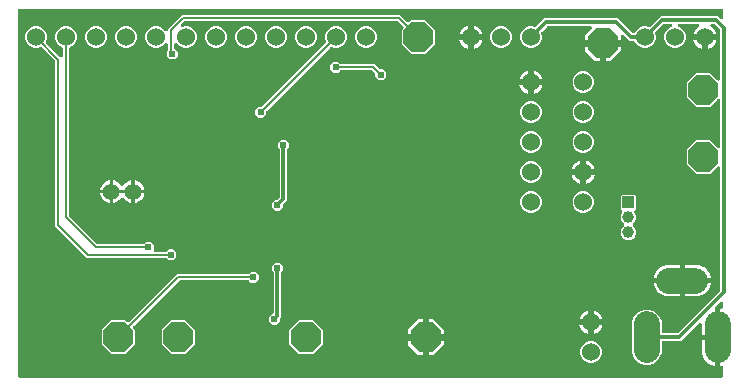
<source format=gbr>
G04 EAGLE Gerber RS-274X export*
G75*
%MOMM*%
%FSLAX34Y34*%
%LPD*%
%INBottom Copper*%
%IPPOS*%
%AMOC8*
5,1,8,0,0,1.08239X$1,22.5*%
G01*
%ADD10C,1.524000*%
%ADD11C,1.422400*%
%ADD12R,1.000000X1.000000*%
%ADD13C,1.000000*%
%ADD14P,2.749271X8X22.500000*%
%ADD15C,2.184400*%
%ADD16C,0.604000*%
%ADD17C,0.304800*%
%ADD18C,0.355600*%
%ADD19C,0.203200*%

G36*
X599466Y3814D02*
X599466Y3814D01*
X599492Y3812D01*
X599639Y3834D01*
X599786Y3851D01*
X599811Y3859D01*
X599837Y3863D01*
X599975Y3918D01*
X600114Y3968D01*
X600136Y3982D01*
X600161Y3992D01*
X600282Y4077D01*
X600407Y4157D01*
X600425Y4176D01*
X600447Y4191D01*
X600546Y4301D01*
X600649Y4408D01*
X600663Y4430D01*
X600680Y4450D01*
X600752Y4580D01*
X600828Y4707D01*
X600836Y4732D01*
X600849Y4755D01*
X600889Y4898D01*
X600934Y5039D01*
X600936Y5065D01*
X600944Y5090D01*
X600963Y5334D01*
X600963Y12484D01*
X600947Y12628D01*
X600935Y12773D01*
X600927Y12801D01*
X600923Y12830D01*
X600874Y12967D01*
X600830Y13106D01*
X600816Y13130D01*
X600806Y13158D01*
X600727Y13280D01*
X600653Y13405D01*
X600633Y13426D01*
X600617Y13451D01*
X600512Y13552D01*
X600411Y13657D01*
X600387Y13673D01*
X600366Y13693D01*
X600241Y13768D01*
X600119Y13847D01*
X600092Y13857D01*
X600067Y13872D01*
X599928Y13916D01*
X599792Y13966D01*
X599763Y13969D01*
X599735Y13978D01*
X599590Y13990D01*
X599446Y14007D01*
X599410Y14004D01*
X599388Y14006D01*
X599339Y13999D01*
X599202Y13988D01*
X598419Y13864D01*
X598419Y37624D01*
X598416Y37650D01*
X598418Y37676D01*
X598396Y37823D01*
X598379Y37970D01*
X598371Y37995D01*
X598367Y38021D01*
X598334Y38102D01*
X598345Y38140D01*
X598390Y38281D01*
X598392Y38307D01*
X598400Y38332D01*
X598419Y38576D01*
X598419Y62336D01*
X599202Y62212D01*
X599347Y62206D01*
X599492Y62194D01*
X599521Y62198D01*
X599550Y62197D01*
X599693Y62224D01*
X599837Y62246D01*
X599864Y62257D01*
X599892Y62262D01*
X600026Y62321D01*
X600161Y62375D01*
X600185Y62391D01*
X600211Y62403D01*
X600328Y62491D01*
X600447Y62573D01*
X600466Y62595D01*
X600490Y62612D01*
X600583Y62724D01*
X600680Y62832D01*
X600694Y62858D01*
X600713Y62880D01*
X600778Y63010D01*
X600849Y63137D01*
X600857Y63165D01*
X600870Y63191D01*
X600904Y63333D01*
X600944Y63473D01*
X600946Y63508D01*
X600952Y63530D01*
X600952Y63579D01*
X600963Y63716D01*
X600963Y66835D01*
X600952Y66935D01*
X600950Y67035D01*
X600932Y67107D01*
X600923Y67181D01*
X600890Y67276D01*
X600865Y67373D01*
X600831Y67439D01*
X600806Y67509D01*
X600751Y67594D01*
X600705Y67683D01*
X600657Y67740D01*
X600617Y67802D01*
X600545Y67872D01*
X600480Y67948D01*
X600420Y67993D01*
X600366Y68044D01*
X600280Y68096D01*
X600199Y68156D01*
X600131Y68185D01*
X600067Y68223D01*
X599972Y68254D01*
X599879Y68294D01*
X599806Y68307D01*
X599735Y68329D01*
X599635Y68337D01*
X599536Y68355D01*
X599462Y68351D01*
X599388Y68357D01*
X599288Y68342D01*
X599188Y68337D01*
X599117Y68317D01*
X599043Y68306D01*
X598950Y68269D01*
X598853Y68241D01*
X598788Y68204D01*
X598719Y68177D01*
X598637Y68120D01*
X598549Y68071D01*
X598473Y68006D01*
X598433Y67978D01*
X598409Y67952D01*
X598363Y67912D01*
X594867Y64416D01*
X594788Y64317D01*
X594704Y64223D01*
X594680Y64181D01*
X594650Y64143D01*
X594596Y64029D01*
X594535Y63918D01*
X594522Y63872D01*
X594501Y63828D01*
X594475Y63705D01*
X594440Y63583D01*
X594435Y63522D01*
X594428Y63487D01*
X594429Y63439D01*
X594421Y63339D01*
X594421Y40099D01*
X582957Y40099D01*
X582957Y48829D01*
X582946Y48929D01*
X582944Y49029D01*
X582926Y49101D01*
X582917Y49175D01*
X582884Y49270D01*
X582859Y49367D01*
X582825Y49433D01*
X582800Y49503D01*
X582745Y49588D01*
X582699Y49677D01*
X582651Y49734D01*
X582611Y49796D01*
X582539Y49866D01*
X582474Y49942D01*
X582414Y49987D01*
X582360Y50038D01*
X582274Y50090D01*
X582193Y50150D01*
X582125Y50179D01*
X582061Y50217D01*
X581965Y50248D01*
X581873Y50288D01*
X581800Y50301D01*
X581729Y50323D01*
X581629Y50332D01*
X581530Y50349D01*
X581456Y50345D01*
X581382Y50351D01*
X581282Y50337D01*
X581182Y50331D01*
X581111Y50311D01*
X581037Y50300D01*
X580944Y50263D01*
X580847Y50235D01*
X580782Y50198D01*
X580713Y50171D01*
X580631Y50114D01*
X580543Y50065D01*
X580467Y50000D01*
X580427Y49972D01*
X580403Y49946D01*
X580357Y49906D01*
X565248Y34797D01*
X550390Y34797D01*
X550364Y34794D01*
X550338Y34796D01*
X550191Y34774D01*
X550044Y34757D01*
X550019Y34749D01*
X549993Y34745D01*
X549855Y34690D01*
X549716Y34640D01*
X549694Y34626D01*
X549669Y34616D01*
X549548Y34531D01*
X549423Y34451D01*
X549405Y34432D01*
X549383Y34417D01*
X549284Y34307D01*
X549181Y34200D01*
X549167Y34178D01*
X549150Y34158D01*
X549078Y34028D01*
X549002Y33901D01*
X548994Y33876D01*
X548981Y33853D01*
X548941Y33710D01*
X548896Y33569D01*
X548894Y33543D01*
X548886Y33518D01*
X548867Y33274D01*
X548867Y24702D01*
X546972Y20127D01*
X543471Y16626D01*
X538896Y14731D01*
X533944Y14731D01*
X529369Y16626D01*
X525868Y20127D01*
X523973Y24702D01*
X523973Y51498D01*
X525868Y56073D01*
X529369Y59574D01*
X533944Y61469D01*
X538896Y61469D01*
X543471Y59574D01*
X546972Y56073D01*
X548867Y51498D01*
X548867Y42926D01*
X548870Y42900D01*
X548868Y42874D01*
X548890Y42727D01*
X548907Y42580D01*
X548915Y42555D01*
X548919Y42529D01*
X548974Y42391D01*
X549024Y42252D01*
X549038Y42230D01*
X549048Y42205D01*
X549133Y42084D01*
X549213Y41959D01*
X549232Y41941D01*
X549247Y41919D01*
X549357Y41820D01*
X549464Y41717D01*
X549486Y41703D01*
X549506Y41686D01*
X549636Y41614D01*
X549763Y41538D01*
X549788Y41530D01*
X549811Y41517D01*
X549954Y41477D01*
X550095Y41432D01*
X550121Y41430D01*
X550146Y41422D01*
X550390Y41403D01*
X561881Y41403D01*
X562007Y41417D01*
X562133Y41424D01*
X562179Y41437D01*
X562227Y41443D01*
X562346Y41485D01*
X562468Y41520D01*
X562510Y41544D01*
X562555Y41560D01*
X562662Y41629D01*
X562772Y41690D01*
X562818Y41730D01*
X562848Y41749D01*
X562882Y41784D01*
X562958Y41849D01*
X598231Y77122D01*
X598310Y77221D01*
X598394Y77315D01*
X598418Y77357D01*
X598448Y77395D01*
X598502Y77509D01*
X598563Y77620D01*
X598576Y77666D01*
X598597Y77710D01*
X598623Y77833D01*
X598658Y77955D01*
X598663Y78016D01*
X598670Y78051D01*
X598669Y78099D01*
X598677Y78199D01*
X598677Y181183D01*
X598666Y181283D01*
X598664Y181383D01*
X598646Y181455D01*
X598637Y181529D01*
X598604Y181624D01*
X598579Y181721D01*
X598545Y181787D01*
X598520Y181857D01*
X598465Y181942D01*
X598419Y182031D01*
X598371Y182088D01*
X598331Y182150D01*
X598259Y182220D01*
X598194Y182296D01*
X598134Y182341D01*
X598080Y182392D01*
X597994Y182444D01*
X597913Y182504D01*
X597845Y182533D01*
X597781Y182571D01*
X597685Y182602D01*
X597593Y182642D01*
X597520Y182655D01*
X597449Y182677D01*
X597349Y182685D01*
X597250Y182703D01*
X597176Y182699D01*
X597102Y182705D01*
X597002Y182690D01*
X596902Y182685D01*
X596831Y182665D01*
X596757Y182654D01*
X596664Y182617D01*
X596567Y182589D01*
X596502Y182552D01*
X596433Y182525D01*
X596351Y182468D01*
X596263Y182419D01*
X596187Y182354D01*
X596147Y182326D01*
X596123Y182300D01*
X596077Y182260D01*
X590092Y176275D01*
X578308Y176275D01*
X569975Y184608D01*
X569975Y196392D01*
X578308Y204725D01*
X590092Y204725D01*
X596077Y198740D01*
X596155Y198678D01*
X596228Y198608D01*
X596292Y198569D01*
X596350Y198523D01*
X596441Y198480D01*
X596527Y198429D01*
X596598Y198406D01*
X596665Y198374D01*
X596763Y198353D01*
X596859Y198323D01*
X596933Y198317D01*
X597006Y198301D01*
X597106Y198303D01*
X597206Y198295D01*
X597280Y198306D01*
X597354Y198307D01*
X597451Y198331D01*
X597551Y198346D01*
X597620Y198374D01*
X597692Y198392D01*
X597782Y198438D01*
X597875Y198475D01*
X597936Y198517D01*
X598002Y198552D01*
X598079Y198617D01*
X598161Y198674D01*
X598211Y198729D01*
X598267Y198777D01*
X598327Y198858D01*
X598394Y198933D01*
X598430Y198998D01*
X598475Y199058D01*
X598514Y199150D01*
X598563Y199238D01*
X598583Y199309D01*
X598613Y199378D01*
X598630Y199476D01*
X598658Y199573D01*
X598666Y199673D01*
X598674Y199721D01*
X598672Y199756D01*
X598677Y199817D01*
X598677Y238333D01*
X598666Y238433D01*
X598664Y238533D01*
X598646Y238605D01*
X598637Y238679D01*
X598604Y238774D01*
X598579Y238871D01*
X598545Y238937D01*
X598520Y239007D01*
X598465Y239092D01*
X598419Y239181D01*
X598371Y239238D01*
X598331Y239300D01*
X598259Y239370D01*
X598194Y239446D01*
X598134Y239491D01*
X598080Y239542D01*
X597994Y239594D01*
X597913Y239654D01*
X597845Y239683D01*
X597781Y239721D01*
X597685Y239752D01*
X597593Y239792D01*
X597520Y239805D01*
X597449Y239827D01*
X597349Y239835D01*
X597250Y239853D01*
X597176Y239849D01*
X597102Y239855D01*
X597002Y239840D01*
X596902Y239835D01*
X596831Y239815D01*
X596757Y239804D01*
X596664Y239767D01*
X596567Y239739D01*
X596502Y239702D01*
X596433Y239675D01*
X596351Y239618D01*
X596263Y239569D01*
X596187Y239504D01*
X596147Y239476D01*
X596123Y239450D01*
X596077Y239410D01*
X590092Y233425D01*
X578308Y233425D01*
X569975Y241758D01*
X569975Y253542D01*
X578308Y261875D01*
X590092Y261875D01*
X596077Y255890D01*
X596155Y255828D01*
X596228Y255758D01*
X596292Y255719D01*
X596350Y255673D01*
X596441Y255630D01*
X596527Y255579D01*
X596598Y255556D01*
X596665Y255524D01*
X596763Y255503D01*
X596859Y255473D01*
X596933Y255467D01*
X597006Y255451D01*
X597106Y255453D01*
X597206Y255445D01*
X597280Y255456D01*
X597354Y255457D01*
X597451Y255481D01*
X597551Y255496D01*
X597620Y255524D01*
X597692Y255542D01*
X597782Y255588D01*
X597875Y255625D01*
X597936Y255667D01*
X598002Y255702D01*
X598079Y255767D01*
X598161Y255824D01*
X598211Y255879D01*
X598267Y255927D01*
X598327Y256008D01*
X598394Y256083D01*
X598430Y256148D01*
X598475Y256208D01*
X598514Y256300D01*
X598563Y256388D01*
X598583Y256459D01*
X598613Y256528D01*
X598630Y256626D01*
X598658Y256723D01*
X598666Y256823D01*
X598674Y256871D01*
X598672Y256906D01*
X598677Y256967D01*
X598677Y297721D01*
X598663Y297847D01*
X598656Y297973D01*
X598643Y298019D01*
X598637Y298067D01*
X598595Y298186D01*
X598560Y298308D01*
X598536Y298350D01*
X598520Y298395D01*
X598451Y298502D01*
X598390Y298612D01*
X598350Y298658D01*
X598331Y298688D01*
X598296Y298722D01*
X598231Y298798D01*
X593946Y303083D01*
X593847Y303162D01*
X593753Y303246D01*
X593711Y303270D01*
X593673Y303300D01*
X593559Y303354D01*
X593448Y303415D01*
X593402Y303428D01*
X593358Y303449D01*
X593235Y303475D01*
X593113Y303510D01*
X593052Y303515D01*
X593017Y303522D01*
X592969Y303521D01*
X592869Y303529D01*
X591713Y303529D01*
X591668Y303524D01*
X591623Y303527D01*
X591496Y303504D01*
X591367Y303489D01*
X591324Y303474D01*
X591280Y303466D01*
X591161Y303415D01*
X591039Y303372D01*
X591001Y303347D01*
X590959Y303329D01*
X590855Y303253D01*
X590746Y303183D01*
X590715Y303150D01*
X590678Y303123D01*
X590594Y303025D01*
X590504Y302932D01*
X590481Y302893D01*
X590451Y302859D01*
X590392Y302744D01*
X590325Y302633D01*
X590311Y302590D01*
X590290Y302549D01*
X590258Y302424D01*
X590219Y302301D01*
X590215Y302256D01*
X590204Y302212D01*
X590201Y302082D01*
X590191Y301954D01*
X590198Y301909D01*
X590197Y301863D01*
X590224Y301737D01*
X590243Y301609D01*
X590260Y301567D01*
X590269Y301522D01*
X590324Y301405D01*
X590372Y301285D01*
X590397Y301248D01*
X590417Y301207D01*
X590497Y301105D01*
X590570Y300999D01*
X590604Y300969D01*
X590632Y300933D01*
X590818Y300774D01*
X592089Y299850D01*
X593220Y298719D01*
X594160Y297425D01*
X594886Y296000D01*
X595329Y294639D01*
X586486Y294639D01*
X586460Y294636D01*
X586434Y294638D01*
X586287Y294616D01*
X586140Y294599D01*
X586115Y294591D01*
X586089Y294587D01*
X585952Y294532D01*
X585812Y294482D01*
X585790Y294468D01*
X585765Y294458D01*
X585644Y294373D01*
X585519Y294293D01*
X585501Y294274D01*
X585479Y294259D01*
X585465Y294243D01*
X585380Y294325D01*
X585357Y294339D01*
X585338Y294356D01*
X585208Y294428D01*
X585081Y294504D01*
X585056Y294512D01*
X585033Y294525D01*
X584890Y294565D01*
X584749Y294610D01*
X584723Y294612D01*
X584698Y294620D01*
X584454Y294639D01*
X575611Y294639D01*
X576054Y296000D01*
X576780Y297425D01*
X577720Y298719D01*
X578851Y299850D01*
X580122Y300774D01*
X580155Y300804D01*
X580194Y300829D01*
X580283Y300922D01*
X580379Y301009D01*
X580404Y301047D01*
X580436Y301080D01*
X580502Y301191D01*
X580575Y301297D01*
X580591Y301340D01*
X580615Y301379D01*
X580654Y301502D01*
X580701Y301622D01*
X580707Y301668D01*
X580721Y301711D01*
X580731Y301840D01*
X580749Y301967D01*
X580745Y302013D01*
X580749Y302058D01*
X580730Y302186D01*
X580718Y302315D01*
X580704Y302358D01*
X580697Y302403D01*
X580649Y302523D01*
X580609Y302646D01*
X580585Y302684D01*
X580568Y302727D01*
X580495Y302833D01*
X580427Y302943D01*
X580395Y302976D01*
X580370Y303013D01*
X580274Y303099D01*
X580183Y303191D01*
X580145Y303216D01*
X580111Y303246D01*
X579997Y303309D01*
X579889Y303378D01*
X579846Y303393D01*
X579806Y303415D01*
X579681Y303450D01*
X579559Y303492D01*
X579514Y303497D01*
X579470Y303510D01*
X579227Y303529D01*
X564032Y303529D01*
X563981Y303524D01*
X563931Y303526D01*
X563809Y303504D01*
X563685Y303489D01*
X563638Y303472D01*
X563588Y303463D01*
X563474Y303414D01*
X563357Y303372D01*
X563315Y303345D01*
X563269Y303325D01*
X563169Y303250D01*
X563064Y303183D01*
X563029Y303147D01*
X562989Y303117D01*
X562909Y303022D01*
X562822Y302932D01*
X562796Y302889D01*
X562764Y302851D01*
X562707Y302740D01*
X562643Y302633D01*
X562628Y302585D01*
X562605Y302540D01*
X562575Y302420D01*
X562537Y302301D01*
X562533Y302251D01*
X562521Y302202D01*
X562519Y302078D01*
X562509Y301954D01*
X562517Y301904D01*
X562516Y301854D01*
X562542Y301732D01*
X562561Y301609D01*
X562579Y301562D01*
X562590Y301513D01*
X562644Y301401D01*
X562690Y301285D01*
X562718Y301244D01*
X562740Y301198D01*
X562817Y301101D01*
X562889Y300999D01*
X562926Y300965D01*
X562957Y300926D01*
X563055Y300849D01*
X563147Y300766D01*
X563191Y300741D01*
X563231Y300710D01*
X563449Y300599D01*
X565250Y299853D01*
X567822Y297280D01*
X569215Y293919D01*
X569215Y290281D01*
X567822Y286920D01*
X565250Y284348D01*
X561889Y282955D01*
X558251Y282955D01*
X554890Y284348D01*
X552318Y286920D01*
X550925Y290281D01*
X550925Y293919D01*
X552318Y297280D01*
X554890Y299853D01*
X556691Y300599D01*
X556735Y300623D01*
X556783Y300640D01*
X556887Y300708D01*
X556996Y300768D01*
X557033Y300802D01*
X557076Y300829D01*
X557162Y300919D01*
X557254Y301002D01*
X557283Y301044D01*
X557318Y301080D01*
X557382Y301187D01*
X557452Y301289D01*
X557471Y301336D01*
X557497Y301379D01*
X557535Y301497D01*
X557580Y301613D01*
X557588Y301663D01*
X557603Y301711D01*
X557613Y301835D01*
X557631Y301958D01*
X557627Y302008D01*
X557631Y302058D01*
X557612Y302181D01*
X557602Y302305D01*
X557587Y302353D01*
X557579Y302403D01*
X557533Y302518D01*
X557495Y302637D01*
X557469Y302680D01*
X557450Y302727D01*
X557380Y302829D01*
X557315Y302935D01*
X557280Y302972D01*
X557251Y303013D01*
X557159Y303096D01*
X557072Y303185D01*
X557030Y303213D01*
X556993Y303246D01*
X556884Y303306D01*
X556779Y303374D01*
X556732Y303391D01*
X556688Y303415D01*
X556568Y303449D01*
X556451Y303490D01*
X556401Y303496D01*
X556352Y303510D01*
X556108Y303529D01*
X551401Y303529D01*
X551275Y303515D01*
X551149Y303508D01*
X551103Y303495D01*
X551055Y303489D01*
X550936Y303447D01*
X550814Y303412D01*
X550772Y303388D01*
X550727Y303372D01*
X550620Y303303D01*
X550510Y303242D01*
X550464Y303202D01*
X550434Y303183D01*
X550400Y303148D01*
X550324Y303083D01*
X543757Y296516D01*
X543709Y296456D01*
X543654Y296403D01*
X543601Y296320D01*
X543540Y296243D01*
X543508Y296174D01*
X543466Y296110D01*
X543433Y296017D01*
X543391Y295928D01*
X543375Y295853D01*
X543350Y295781D01*
X543339Y295683D01*
X543318Y295587D01*
X543319Y295511D01*
X543311Y295435D01*
X543322Y295337D01*
X543324Y295239D01*
X543343Y295165D01*
X543351Y295089D01*
X543397Y294947D01*
X543409Y294901D01*
X543418Y294884D01*
X543427Y294856D01*
X543815Y293919D01*
X543815Y290281D01*
X542422Y286920D01*
X539850Y284348D01*
X536489Y282955D01*
X532851Y282955D01*
X529490Y284348D01*
X526917Y286920D01*
X526529Y287857D01*
X526492Y287924D01*
X526464Y287995D01*
X526408Y288076D01*
X526360Y288162D01*
X526309Y288218D01*
X526265Y288281D01*
X526192Y288347D01*
X526126Y288420D01*
X526063Y288463D01*
X526006Y288514D01*
X525920Y288562D01*
X525839Y288618D01*
X525768Y288646D01*
X525701Y288683D01*
X525606Y288710D01*
X525515Y288746D01*
X525439Y288757D01*
X525366Y288778D01*
X525217Y288790D01*
X525170Y288797D01*
X525151Y288795D01*
X525122Y288797D01*
X521872Y288797D01*
X516951Y293718D01*
X516873Y293781D01*
X516800Y293850D01*
X516736Y293889D01*
X516678Y293935D01*
X516587Y293978D01*
X516501Y294029D01*
X516430Y294052D01*
X516363Y294084D01*
X516265Y294105D01*
X516169Y294135D01*
X516095Y294141D01*
X516022Y294157D01*
X515922Y294155D01*
X515822Y294163D01*
X515748Y294152D01*
X515674Y294151D01*
X515577Y294127D01*
X515477Y294112D01*
X515408Y294084D01*
X515336Y294066D01*
X515246Y294020D01*
X515153Y293983D01*
X515092Y293941D01*
X515026Y293906D01*
X514949Y293841D01*
X514867Y293784D01*
X514817Y293729D01*
X514761Y293681D01*
X514701Y293600D01*
X514634Y293525D01*
X514598Y293460D01*
X514553Y293400D01*
X514514Y293308D01*
X514465Y293220D01*
X514445Y293149D01*
X514415Y293080D01*
X514398Y292982D01*
X514370Y292885D01*
X514362Y292785D01*
X514354Y292737D01*
X514356Y292702D01*
X514351Y292641D01*
X514351Y289813D01*
X500380Y289813D01*
X500354Y289810D01*
X500328Y289812D01*
X500181Y289790D01*
X500034Y289773D01*
X500009Y289765D01*
X499983Y289761D01*
X499846Y289706D01*
X499706Y289656D01*
X499684Y289642D01*
X499659Y289632D01*
X499538Y289547D01*
X499413Y289467D01*
X499395Y289448D01*
X499373Y289433D01*
X499274Y289323D01*
X499171Y289216D01*
X499157Y289194D01*
X499140Y289174D01*
X499108Y289117D01*
X499097Y289132D01*
X499017Y289257D01*
X498998Y289275D01*
X498983Y289297D01*
X498873Y289396D01*
X498766Y289499D01*
X498743Y289513D01*
X498724Y289530D01*
X498594Y289602D01*
X498467Y289678D01*
X498442Y289686D01*
X498419Y289699D01*
X498276Y289739D01*
X498135Y289784D01*
X498109Y289786D01*
X498084Y289794D01*
X497840Y289813D01*
X483869Y289813D01*
X483869Y293333D01*
X489433Y298897D01*
X489496Y298975D01*
X489566Y299048D01*
X489604Y299112D01*
X489650Y299170D01*
X489693Y299261D01*
X489744Y299347D01*
X489767Y299418D01*
X489799Y299485D01*
X489820Y299583D01*
X489851Y299679D01*
X489857Y299753D01*
X489872Y299826D01*
X489870Y299926D01*
X489879Y300026D01*
X489868Y300100D01*
X489866Y300174D01*
X489842Y300271D01*
X489827Y300371D01*
X489799Y300440D01*
X489781Y300512D01*
X489735Y300602D01*
X489698Y300695D01*
X489656Y300756D01*
X489622Y300822D01*
X489556Y300899D01*
X489499Y300981D01*
X489444Y301031D01*
X489396Y301087D01*
X489315Y301147D01*
X489240Y301214D01*
X489175Y301250D01*
X489115Y301295D01*
X489023Y301334D01*
X488935Y301383D01*
X488864Y301403D01*
X488795Y301433D01*
X488697Y301450D01*
X488600Y301478D01*
X488500Y301486D01*
X488452Y301494D01*
X488417Y301492D01*
X488356Y301497D01*
X452849Y301497D01*
X452723Y301483D01*
X452597Y301476D01*
X452551Y301463D01*
X452503Y301457D01*
X452384Y301415D01*
X452262Y301380D01*
X452220Y301356D01*
X452175Y301340D01*
X452068Y301271D01*
X451958Y301210D01*
X451912Y301170D01*
X451882Y301151D01*
X451848Y301116D01*
X451772Y301051D01*
X447237Y296516D01*
X447189Y296456D01*
X447134Y296403D01*
X447081Y296320D01*
X447020Y296243D01*
X446988Y296174D01*
X446946Y296110D01*
X446913Y296017D01*
X446871Y295928D01*
X446855Y295853D01*
X446830Y295781D01*
X446819Y295683D01*
X446798Y295587D01*
X446799Y295511D01*
X446791Y295435D01*
X446802Y295337D01*
X446804Y295239D01*
X446823Y295165D01*
X446831Y295089D01*
X446877Y294947D01*
X446889Y294901D01*
X446898Y294884D01*
X446907Y294856D01*
X447295Y293919D01*
X447295Y290281D01*
X445902Y286920D01*
X443330Y284348D01*
X439969Y282955D01*
X436331Y282955D01*
X432970Y284348D01*
X430398Y286920D01*
X429005Y290281D01*
X429005Y293919D01*
X430398Y297280D01*
X432970Y299852D01*
X436331Y301245D01*
X439969Y301245D01*
X440659Y300959D01*
X440906Y300857D01*
X440980Y300836D01*
X441050Y300805D01*
X441146Y300788D01*
X441241Y300761D01*
X441317Y300757D01*
X441393Y300744D01*
X441491Y300749D01*
X441589Y300744D01*
X441664Y300758D01*
X441741Y300762D01*
X441835Y300789D01*
X441932Y300807D01*
X442002Y300837D01*
X442076Y300858D01*
X442162Y300906D01*
X442252Y300945D01*
X442313Y300991D01*
X442380Y301028D01*
X442494Y301125D01*
X442531Y301153D01*
X442544Y301168D01*
X442566Y301187D01*
X449482Y308103D01*
X511908Y308103D01*
X514289Y305722D01*
X524079Y295932D01*
X524197Y295838D01*
X524312Y295741D01*
X524333Y295730D01*
X524352Y295715D01*
X524488Y295651D01*
X524622Y295582D01*
X524645Y295576D01*
X524667Y295566D01*
X524814Y295534D01*
X524960Y295498D01*
X524984Y295498D01*
X525008Y295493D01*
X525158Y295495D01*
X525309Y295493D01*
X525332Y295498D01*
X525356Y295499D01*
X525502Y295535D01*
X525649Y295567D01*
X525671Y295578D01*
X525694Y295584D01*
X525828Y295653D01*
X525964Y295717D01*
X525983Y295732D01*
X526004Y295743D01*
X526119Y295841D01*
X526236Y295934D01*
X526251Y295953D01*
X526270Y295969D01*
X526359Y296090D01*
X526452Y296208D01*
X526465Y296234D01*
X526477Y296249D01*
X526496Y296293D01*
X526564Y296426D01*
X526917Y297280D01*
X529490Y299852D01*
X532851Y301245D01*
X536489Y301245D01*
X537179Y300959D01*
X537426Y300857D01*
X537500Y300836D01*
X537570Y300805D01*
X537666Y300788D01*
X537761Y300761D01*
X537837Y300757D01*
X537913Y300744D01*
X538011Y300749D01*
X538109Y300744D01*
X538184Y300758D01*
X538261Y300762D01*
X538355Y300789D01*
X538452Y300807D01*
X538522Y300837D01*
X538596Y300858D01*
X538682Y300906D01*
X538772Y300945D01*
X538833Y300991D01*
X538900Y301028D01*
X539014Y301125D01*
X539051Y301153D01*
X539064Y301168D01*
X539086Y301187D01*
X548034Y310135D01*
X596236Y310135D01*
X598363Y308008D01*
X598441Y307946D01*
X598514Y307876D01*
X598578Y307837D01*
X598636Y307791D01*
X598727Y307748D01*
X598813Y307697D01*
X598884Y307674D01*
X598951Y307642D01*
X599049Y307621D01*
X599145Y307591D01*
X599219Y307585D01*
X599292Y307569D01*
X599392Y307571D01*
X599492Y307563D01*
X599566Y307574D01*
X599640Y307575D01*
X599737Y307599D01*
X599837Y307614D01*
X599906Y307642D01*
X599978Y307660D01*
X600068Y307706D01*
X600161Y307743D01*
X600222Y307785D01*
X600288Y307820D01*
X600365Y307885D01*
X600447Y307942D01*
X600497Y307997D01*
X600553Y308045D01*
X600613Y308126D01*
X600680Y308201D01*
X600716Y308266D01*
X600761Y308326D01*
X600800Y308418D01*
X600849Y308506D01*
X600869Y308577D01*
X600899Y308646D01*
X600916Y308744D01*
X600944Y308841D01*
X600952Y308941D01*
X600960Y308989D01*
X600958Y309024D01*
X600963Y309085D01*
X600963Y314666D01*
X600960Y314692D01*
X600962Y314718D01*
X600940Y314865D01*
X600923Y315012D01*
X600915Y315037D01*
X600911Y315063D01*
X600856Y315201D01*
X600806Y315340D01*
X600792Y315362D01*
X600782Y315387D01*
X600697Y315508D01*
X600617Y315633D01*
X600598Y315651D01*
X600583Y315673D01*
X600473Y315772D01*
X600366Y315875D01*
X600344Y315889D01*
X600324Y315906D01*
X600194Y315978D01*
X600067Y316054D01*
X600042Y316062D01*
X600019Y316075D01*
X599876Y316115D01*
X599735Y316160D01*
X599709Y316162D01*
X599684Y316170D01*
X599440Y316189D01*
X5334Y316189D01*
X5308Y316186D01*
X5282Y316188D01*
X5135Y316166D01*
X4988Y316149D01*
X4963Y316141D01*
X4937Y316137D01*
X4799Y316082D01*
X4660Y316032D01*
X4638Y316018D01*
X4613Y316008D01*
X4492Y315923D01*
X4367Y315843D01*
X4349Y315824D01*
X4327Y315809D01*
X4228Y315699D01*
X4125Y315592D01*
X4111Y315570D01*
X4094Y315550D01*
X4022Y315420D01*
X3946Y315293D01*
X3938Y315268D01*
X3925Y315245D01*
X3885Y315102D01*
X3840Y314961D01*
X3838Y314935D01*
X3830Y314910D01*
X3811Y314666D01*
X3811Y5334D01*
X3814Y5308D01*
X3812Y5282D01*
X3834Y5135D01*
X3851Y4988D01*
X3859Y4963D01*
X3863Y4937D01*
X3918Y4799D01*
X3968Y4660D01*
X3982Y4638D01*
X3992Y4613D01*
X4077Y4492D01*
X4157Y4367D01*
X4176Y4349D01*
X4191Y4327D01*
X4301Y4228D01*
X4408Y4125D01*
X4430Y4111D01*
X4450Y4094D01*
X4580Y4022D01*
X4707Y3946D01*
X4732Y3938D01*
X4755Y3925D01*
X4898Y3885D01*
X5039Y3840D01*
X5065Y3838D01*
X5090Y3830D01*
X5334Y3811D01*
X599440Y3811D01*
X599466Y3814D01*
G37*
%LPC*%
G36*
X131467Y103405D02*
X131467Y103405D01*
X129910Y104963D01*
X129811Y105042D01*
X129717Y105126D01*
X129674Y105150D01*
X129637Y105180D01*
X129522Y105234D01*
X129412Y105295D01*
X129365Y105308D01*
X129322Y105329D01*
X129198Y105355D01*
X129076Y105390D01*
X129016Y105395D01*
X128981Y105402D01*
X128933Y105401D01*
X128833Y105409D01*
X62448Y105409D01*
X35559Y132298D01*
X35559Y271367D01*
X35545Y271492D01*
X35538Y271618D01*
X35525Y271665D01*
X35519Y271713D01*
X35477Y271832D01*
X35442Y271953D01*
X35418Y271995D01*
X35402Y272041D01*
X35333Y272147D01*
X35272Y272257D01*
X35232Y272304D01*
X35213Y272334D01*
X35178Y272367D01*
X35113Y272444D01*
X24228Y283329D01*
X24168Y283376D01*
X24115Y283431D01*
X24032Y283484D01*
X23955Y283545D01*
X23886Y283578D01*
X23822Y283619D01*
X23729Y283652D01*
X23640Y283694D01*
X23565Y283710D01*
X23493Y283736D01*
X23395Y283747D01*
X23299Y283768D01*
X23223Y283766D01*
X23147Y283775D01*
X23049Y283763D01*
X22951Y283762D01*
X22877Y283743D01*
X22801Y283734D01*
X22659Y283688D01*
X22613Y283677D01*
X22596Y283668D01*
X22568Y283659D01*
X20869Y282955D01*
X17231Y282955D01*
X13870Y284348D01*
X11298Y286920D01*
X9905Y290281D01*
X9905Y293919D01*
X11298Y297280D01*
X13870Y299852D01*
X17231Y301245D01*
X20869Y301245D01*
X24230Y299852D01*
X26802Y297280D01*
X28195Y293919D01*
X28195Y290281D01*
X27491Y288582D01*
X27470Y288508D01*
X27440Y288438D01*
X27422Y288342D01*
X27395Y288247D01*
X27392Y288171D01*
X27378Y288095D01*
X27383Y287997D01*
X27378Y287899D01*
X27392Y287824D01*
X27396Y287747D01*
X27423Y287653D01*
X27441Y287556D01*
X27471Y287486D01*
X27493Y287412D01*
X27541Y287326D01*
X27580Y287236D01*
X27625Y287175D01*
X27663Y287108D01*
X27759Y286994D01*
X27788Y286957D01*
X27802Y286944D01*
X27821Y286922D01*
X38706Y276037D01*
X39309Y275434D01*
X39387Y275372D01*
X39460Y275302D01*
X39524Y275264D01*
X39582Y275218D01*
X39673Y275175D01*
X39759Y275123D01*
X39830Y275101D01*
X39897Y275069D01*
X39995Y275048D01*
X40091Y275017D01*
X40165Y275011D01*
X40238Y274995D01*
X40338Y274997D01*
X40438Y274989D01*
X40512Y275000D01*
X40586Y275001D01*
X40683Y275026D01*
X40783Y275041D01*
X40852Y275068D01*
X40924Y275086D01*
X41013Y275132D01*
X41107Y275169D01*
X41168Y275212D01*
X41234Y275246D01*
X41311Y275311D01*
X41393Y275368D01*
X41443Y275423D01*
X41499Y275472D01*
X41559Y275553D01*
X41626Y275627D01*
X41662Y275692D01*
X41707Y275752D01*
X41746Y275844D01*
X41795Y275932D01*
X41815Y276004D01*
X41845Y276072D01*
X41862Y276171D01*
X41890Y276268D01*
X41898Y276368D01*
X41906Y276415D01*
X41904Y276451D01*
X41909Y276511D01*
X41909Y282236D01*
X41901Y282312D01*
X41902Y282389D01*
X41881Y282485D01*
X41869Y282583D01*
X41844Y282655D01*
X41827Y282729D01*
X41785Y282818D01*
X41752Y282911D01*
X41710Y282975D01*
X41678Y283044D01*
X41616Y283121D01*
X41563Y283204D01*
X41508Y283257D01*
X41460Y283316D01*
X41383Y283377D01*
X41312Y283446D01*
X41247Y283485D01*
X41187Y283532D01*
X41054Y283600D01*
X41013Y283625D01*
X40995Y283630D01*
X40969Y283644D01*
X39270Y284347D01*
X36698Y286920D01*
X35305Y290281D01*
X35305Y293919D01*
X36698Y297280D01*
X39270Y299852D01*
X42631Y301245D01*
X46269Y301245D01*
X49630Y299852D01*
X52202Y297280D01*
X53595Y293919D01*
X53595Y290281D01*
X52202Y286920D01*
X49630Y284347D01*
X47931Y283644D01*
X47864Y283607D01*
X47793Y283578D01*
X47712Y283522D01*
X47626Y283474D01*
X47570Y283423D01*
X47507Y283379D01*
X47441Y283306D01*
X47368Y283240D01*
X47325Y283177D01*
X47274Y283121D01*
X47226Y283035D01*
X47170Y282954D01*
X47142Y282882D01*
X47105Y282816D01*
X47078Y282721D01*
X47042Y282629D01*
X47031Y282554D01*
X47010Y282480D01*
X46998Y282331D01*
X46991Y282285D01*
X46993Y282265D01*
X46991Y282236D01*
X46991Y141383D01*
X47005Y141258D01*
X47012Y141132D01*
X47025Y141085D01*
X47031Y141037D01*
X47073Y140918D01*
X47108Y140797D01*
X47132Y140755D01*
X47148Y140709D01*
X47217Y140603D01*
X47278Y140493D01*
X47318Y140446D01*
X47337Y140416D01*
X47372Y140383D01*
X47437Y140306D01*
X70456Y117287D01*
X70555Y117208D01*
X70649Y117124D01*
X70691Y117100D01*
X70729Y117070D01*
X70843Y117016D01*
X70954Y116955D01*
X71001Y116942D01*
X71044Y116921D01*
X71168Y116895D01*
X71290Y116860D01*
X71350Y116855D01*
X71385Y116848D01*
X71433Y116849D01*
X71533Y116841D01*
X109783Y116841D01*
X109908Y116855D01*
X110034Y116862D01*
X110081Y116875D01*
X110129Y116881D01*
X110248Y116923D01*
X110369Y116958D01*
X110411Y116982D01*
X110457Y116998D01*
X110563Y117067D01*
X110673Y117128D01*
X110720Y117168D01*
X110750Y117187D01*
X110783Y117222D01*
X110860Y117287D01*
X112417Y118845D01*
X116183Y118845D01*
X118845Y116183D01*
X118845Y112014D01*
X118848Y111988D01*
X118846Y111962D01*
X118868Y111815D01*
X118885Y111668D01*
X118893Y111643D01*
X118897Y111617D01*
X118952Y111479D01*
X119002Y111340D01*
X119016Y111318D01*
X119026Y111293D01*
X119111Y111172D01*
X119191Y111047D01*
X119210Y111029D01*
X119225Y111007D01*
X119335Y110908D01*
X119442Y110805D01*
X119464Y110791D01*
X119484Y110774D01*
X119614Y110702D01*
X119741Y110626D01*
X119766Y110618D01*
X119789Y110605D01*
X119932Y110565D01*
X120073Y110520D01*
X120099Y110518D01*
X120124Y110510D01*
X120368Y110491D01*
X128833Y110491D01*
X128958Y110505D01*
X129084Y110512D01*
X129131Y110525D01*
X129179Y110531D01*
X129298Y110573D01*
X129419Y110608D01*
X129461Y110632D01*
X129507Y110648D01*
X129613Y110717D01*
X129723Y110778D01*
X129770Y110818D01*
X129800Y110837D01*
X129833Y110872D01*
X129910Y110937D01*
X131467Y112495D01*
X135233Y112495D01*
X137895Y109833D01*
X137895Y106067D01*
X135233Y103405D01*
X131467Y103405D01*
G37*
%LPD*%
%LPC*%
G36*
X132763Y273560D02*
X132763Y273560D01*
X130101Y276222D01*
X130101Y279987D01*
X130363Y280250D01*
X130442Y280349D01*
X130526Y280443D01*
X130550Y280485D01*
X130580Y280523D01*
X130634Y280637D01*
X130695Y280748D01*
X130708Y280794D01*
X130729Y280838D01*
X130755Y280961D01*
X130790Y281083D01*
X130795Y281144D01*
X130802Y281178D01*
X130801Y281226D01*
X130809Y281327D01*
X130809Y285649D01*
X130808Y285660D01*
X130808Y285664D01*
X130805Y285688D01*
X130798Y285749D01*
X130796Y285849D01*
X130778Y285922D01*
X130769Y285995D01*
X130736Y286090D01*
X130711Y286187D01*
X130677Y286254D01*
X130652Y286324D01*
X130597Y286408D01*
X130551Y286497D01*
X130503Y286554D01*
X130463Y286616D01*
X130391Y286686D01*
X130326Y286763D01*
X130266Y286807D01*
X130212Y286859D01*
X130126Y286910D01*
X130045Y286970D01*
X129977Y286999D01*
X129913Y287037D01*
X129817Y287068D01*
X129725Y287108D01*
X129652Y287121D01*
X129581Y287144D01*
X129481Y287152D01*
X129382Y287169D01*
X129308Y287166D01*
X129234Y287172D01*
X129134Y287157D01*
X129034Y287152D01*
X128963Y287131D01*
X128889Y287120D01*
X128796Y287083D01*
X128699Y287055D01*
X128634Y287019D01*
X128565Y286991D01*
X128483Y286934D01*
X128395Y286885D01*
X128319Y286820D01*
X128279Y286792D01*
X128255Y286766D01*
X128209Y286726D01*
X125830Y284347D01*
X122469Y282955D01*
X118831Y282955D01*
X115470Y284348D01*
X112898Y286920D01*
X111505Y290281D01*
X111505Y293919D01*
X112898Y297280D01*
X115470Y299852D01*
X118831Y301245D01*
X122469Y301245D01*
X125830Y299853D01*
X128209Y297474D01*
X128287Y297411D01*
X128360Y297341D01*
X128424Y297303D01*
X128482Y297257D01*
X128573Y297214D01*
X128659Y297163D01*
X128730Y297140D01*
X128797Y297108D01*
X128895Y297087D01*
X128991Y297056D01*
X129065Y297050D01*
X129138Y297035D01*
X129238Y297036D01*
X129338Y297028D01*
X129412Y297039D01*
X129486Y297041D01*
X129583Y297065D01*
X129683Y297080D01*
X129752Y297108D01*
X129824Y297126D01*
X129913Y297172D01*
X130007Y297209D01*
X130068Y297251D01*
X130134Y297285D01*
X130210Y297350D01*
X130293Y297408D01*
X130343Y297463D01*
X130399Y297511D01*
X130459Y297592D01*
X130526Y297667D01*
X130562Y297732D01*
X130607Y297791D01*
X130646Y297884D01*
X130695Y297972D01*
X130715Y298043D01*
X130745Y298111D01*
X130762Y298210D01*
X130790Y298307D01*
X130798Y298407D01*
X130806Y298455D01*
X130804Y298490D01*
X130809Y298551D01*
X130809Y299502D01*
X142672Y311365D01*
X327228Y311365D01*
X329163Y309430D01*
X333561Y305032D01*
X333582Y305016D01*
X333599Y304996D01*
X333718Y304907D01*
X333834Y304815D01*
X333858Y304804D01*
X333879Y304789D01*
X334015Y304730D01*
X334149Y304667D01*
X334175Y304661D01*
X334199Y304651D01*
X334345Y304624D01*
X334490Y304593D01*
X334516Y304594D01*
X334542Y304589D01*
X334690Y304597D01*
X334838Y304599D01*
X334864Y304606D01*
X334890Y304607D01*
X335032Y304648D01*
X335176Y304684D01*
X335200Y304696D01*
X335225Y304703D01*
X335354Y304776D01*
X335486Y304844D01*
X335506Y304861D01*
X335529Y304874D01*
X335715Y305032D01*
X337008Y306325D01*
X348792Y306325D01*
X357125Y297992D01*
X357125Y286208D01*
X348792Y277875D01*
X337008Y277875D01*
X328675Y286208D01*
X328675Y297992D01*
X329968Y299285D01*
X329984Y299305D01*
X330004Y299322D01*
X330092Y299442D01*
X330185Y299558D01*
X330196Y299581D01*
X330211Y299603D01*
X330270Y299739D01*
X330333Y299873D01*
X330339Y299899D01*
X330349Y299923D01*
X330376Y300069D01*
X330407Y300214D01*
X330406Y300240D01*
X330411Y300266D01*
X330403Y300414D01*
X330401Y300562D01*
X330394Y300587D01*
X330393Y300614D01*
X330352Y300756D01*
X330316Y300900D01*
X330304Y300923D01*
X330297Y300949D01*
X330224Y301078D01*
X330156Y301210D01*
X330139Y301230D01*
X330126Y301253D01*
X329968Y301439D01*
X325570Y305837D01*
X325471Y305916D01*
X325377Y306000D01*
X325335Y306024D01*
X325297Y306054D01*
X325183Y306108D01*
X325072Y306169D01*
X325025Y306182D01*
X324982Y306203D01*
X324858Y306229D01*
X324736Y306264D01*
X324676Y306269D01*
X324641Y306276D01*
X324593Y306275D01*
X324493Y306283D01*
X145407Y306283D01*
X145282Y306269D01*
X145156Y306262D01*
X145109Y306249D01*
X145061Y306243D01*
X144942Y306201D01*
X144821Y306166D01*
X144779Y306142D01*
X144733Y306126D01*
X144627Y306057D01*
X144517Y305996D01*
X144470Y305956D01*
X144440Y305937D01*
X144407Y305902D01*
X144330Y305837D01*
X141976Y303483D01*
X141944Y303443D01*
X141907Y303409D01*
X141836Y303307D01*
X141759Y303210D01*
X141738Y303164D01*
X141709Y303123D01*
X141663Y303007D01*
X141610Y302894D01*
X141600Y302845D01*
X141581Y302798D01*
X141563Y302675D01*
X141537Y302554D01*
X141538Y302504D01*
X141530Y302454D01*
X141541Y302329D01*
X141543Y302205D01*
X141555Y302157D01*
X141559Y302106D01*
X141597Y301988D01*
X141628Y301867D01*
X141651Y301823D01*
X141666Y301775D01*
X141730Y301668D01*
X141787Y301558D01*
X141820Y301519D01*
X141846Y301476D01*
X141933Y301387D01*
X142013Y301292D01*
X142054Y301262D01*
X142089Y301226D01*
X142193Y301159D01*
X142293Y301085D01*
X142340Y301065D01*
X142382Y301038D01*
X142499Y300996D01*
X142613Y300947D01*
X142663Y300938D01*
X142711Y300921D01*
X142834Y300907D01*
X142957Y300885D01*
X143007Y300888D01*
X143057Y300882D01*
X143180Y300897D01*
X143305Y300903D01*
X143353Y300917D01*
X143403Y300923D01*
X143636Y300998D01*
X144231Y301245D01*
X147869Y301245D01*
X151230Y299852D01*
X153802Y297280D01*
X155195Y293919D01*
X155195Y290281D01*
X153802Y286920D01*
X151230Y284348D01*
X147869Y282955D01*
X144231Y282955D01*
X140870Y284347D01*
X138491Y286726D01*
X138413Y286789D01*
X138340Y286859D01*
X138276Y286897D01*
X138218Y286943D01*
X138127Y286986D01*
X138041Y287037D01*
X137970Y287060D01*
X137903Y287092D01*
X137805Y287113D01*
X137709Y287144D01*
X137635Y287150D01*
X137562Y287165D01*
X137462Y287164D01*
X137362Y287172D01*
X137288Y287161D01*
X137214Y287159D01*
X137117Y287135D01*
X137017Y287120D01*
X136948Y287092D01*
X136876Y287074D01*
X136787Y287028D01*
X136693Y286991D01*
X136632Y286949D01*
X136566Y286915D01*
X136490Y286850D01*
X136407Y286792D01*
X136357Y286737D01*
X136301Y286689D01*
X136241Y286608D01*
X136174Y286533D01*
X136138Y286468D01*
X136093Y286409D01*
X136054Y286316D01*
X136005Y286228D01*
X135985Y286157D01*
X135955Y286089D01*
X135938Y285990D01*
X135910Y285893D01*
X135902Y285793D01*
X135894Y285745D01*
X135896Y285710D01*
X135891Y285649D01*
X135891Y283917D01*
X135905Y283792D01*
X135912Y283666D01*
X135925Y283619D01*
X135931Y283571D01*
X135973Y283452D01*
X136008Y283331D01*
X136032Y283289D01*
X136048Y283243D01*
X136117Y283137D01*
X136178Y283027D01*
X136218Y282980D01*
X136237Y282950D01*
X136272Y282917D01*
X136337Y282840D01*
X139190Y279987D01*
X139190Y276222D01*
X136528Y273560D01*
X132763Y273560D01*
G37*
%LPD*%
%LPC*%
G36*
X83008Y23875D02*
X83008Y23875D01*
X74675Y32208D01*
X74675Y43992D01*
X83008Y52325D01*
X94792Y52325D01*
X96085Y51032D01*
X96105Y51016D01*
X96122Y50996D01*
X96242Y50908D01*
X96358Y50815D01*
X96381Y50804D01*
X96403Y50789D01*
X96539Y50730D01*
X96673Y50667D01*
X96699Y50661D01*
X96723Y50651D01*
X96869Y50624D01*
X97014Y50593D01*
X97040Y50594D01*
X97066Y50589D01*
X97214Y50597D01*
X97362Y50599D01*
X97387Y50606D01*
X97414Y50607D01*
X97556Y50648D01*
X97700Y50684D01*
X97723Y50696D01*
X97748Y50703D01*
X97878Y50776D01*
X98010Y50844D01*
X98030Y50861D01*
X98053Y50874D01*
X98239Y51032D01*
X138648Y91441D01*
X198683Y91441D01*
X198808Y91455D01*
X198934Y91462D01*
X198981Y91475D01*
X199029Y91481D01*
X199148Y91523D01*
X199269Y91558D01*
X199311Y91582D01*
X199357Y91598D01*
X199463Y91667D01*
X199573Y91728D01*
X199620Y91768D01*
X199650Y91787D01*
X199683Y91822D01*
X199760Y91887D01*
X201317Y93445D01*
X205083Y93445D01*
X207745Y90783D01*
X207745Y87017D01*
X205083Y84355D01*
X201317Y84355D01*
X199760Y85913D01*
X199661Y85992D01*
X199567Y86076D01*
X199524Y86100D01*
X199487Y86130D01*
X199372Y86184D01*
X199262Y86245D01*
X199215Y86258D01*
X199172Y86279D01*
X199048Y86305D01*
X198926Y86340D01*
X198866Y86345D01*
X198831Y86352D01*
X198783Y86351D01*
X198683Y86359D01*
X141383Y86359D01*
X141258Y86345D01*
X141132Y86338D01*
X141085Y86325D01*
X141037Y86319D01*
X140918Y86277D01*
X140797Y86242D01*
X140755Y86218D01*
X140709Y86202D01*
X140603Y86133D01*
X140493Y86072D01*
X140446Y86032D01*
X140416Y86013D01*
X140383Y85978D01*
X140306Y85913D01*
X101832Y47439D01*
X101816Y47418D01*
X101796Y47401D01*
X101707Y47282D01*
X101615Y47166D01*
X101604Y47142D01*
X101589Y47121D01*
X101530Y46985D01*
X101467Y46851D01*
X101461Y46825D01*
X101451Y46801D01*
X101424Y46655D01*
X101393Y46510D01*
X101394Y46484D01*
X101389Y46458D01*
X101397Y46310D01*
X101399Y46162D01*
X101406Y46136D01*
X101407Y46110D01*
X101448Y45968D01*
X101484Y45824D01*
X101496Y45800D01*
X101503Y45775D01*
X101576Y45646D01*
X101644Y45514D01*
X101661Y45494D01*
X101674Y45471D01*
X101832Y45285D01*
X103125Y43992D01*
X103125Y32208D01*
X94792Y23875D01*
X83008Y23875D01*
G37*
%LPD*%
%LPC*%
G36*
X207667Y224055D02*
X207667Y224055D01*
X205005Y226717D01*
X205005Y230483D01*
X207667Y233145D01*
X209871Y233145D01*
X209996Y233159D01*
X210122Y233166D01*
X210169Y233179D01*
X210217Y233185D01*
X210336Y233227D01*
X210457Y233262D01*
X210499Y233286D01*
X210545Y233302D01*
X210651Y233371D01*
X210761Y233432D01*
X210808Y233472D01*
X210838Y233491D01*
X210871Y233526D01*
X210948Y233591D01*
X264279Y286922D01*
X264326Y286982D01*
X264381Y287035D01*
X264434Y287118D01*
X264495Y287195D01*
X264528Y287264D01*
X264569Y287328D01*
X264602Y287421D01*
X264644Y287510D01*
X264660Y287585D01*
X264686Y287657D01*
X264697Y287755D01*
X264718Y287851D01*
X264716Y287927D01*
X264725Y288003D01*
X264713Y288101D01*
X264712Y288199D01*
X264693Y288273D01*
X264684Y288349D01*
X264638Y288491D01*
X264627Y288537D01*
X264618Y288554D01*
X264609Y288582D01*
X263905Y290281D01*
X263905Y293919D01*
X265298Y297280D01*
X267870Y299852D01*
X271231Y301245D01*
X274869Y301245D01*
X278230Y299852D01*
X280802Y297280D01*
X282195Y293919D01*
X282195Y290281D01*
X280802Y286920D01*
X278230Y284348D01*
X274869Y282955D01*
X271231Y282955D01*
X269532Y283659D01*
X269458Y283680D01*
X269388Y283710D01*
X269292Y283728D01*
X269197Y283755D01*
X269121Y283758D01*
X269045Y283772D01*
X268947Y283767D01*
X268849Y283772D01*
X268774Y283758D01*
X268697Y283754D01*
X268603Y283727D01*
X268506Y283709D01*
X268436Y283679D01*
X268362Y283657D01*
X268276Y283609D01*
X268186Y283570D01*
X268125Y283525D01*
X268058Y283487D01*
X267944Y283391D01*
X267907Y283362D01*
X267894Y283348D01*
X267872Y283329D01*
X214541Y229998D01*
X214462Y229899D01*
X214378Y229805D01*
X214354Y229763D01*
X214324Y229725D01*
X214270Y229611D01*
X214209Y229500D01*
X214196Y229453D01*
X214175Y229410D01*
X214149Y229286D01*
X214114Y229164D01*
X214109Y229104D01*
X214102Y229069D01*
X214103Y229021D01*
X214095Y228921D01*
X214095Y226717D01*
X211433Y224055D01*
X207667Y224055D01*
G37*
%LPD*%
%LPC*%
G36*
X241758Y23875D02*
X241758Y23875D01*
X233425Y32208D01*
X233425Y43992D01*
X241758Y52325D01*
X253542Y52325D01*
X261875Y43992D01*
X261875Y32208D01*
X253542Y23875D01*
X241758Y23875D01*
G37*
%LPD*%
%LPC*%
G36*
X133808Y23875D02*
X133808Y23875D01*
X125475Y32208D01*
X125475Y43992D01*
X133808Y52325D01*
X145592Y52325D01*
X153925Y43992D01*
X153925Y32208D01*
X145592Y23875D01*
X133808Y23875D01*
G37*
%LPD*%
%LPC*%
G36*
X519402Y120475D02*
X519402Y120475D01*
X517004Y121469D01*
X515169Y123304D01*
X514175Y125702D01*
X514175Y128298D01*
X515169Y130696D01*
X516746Y132273D01*
X516762Y132293D01*
X516782Y132310D01*
X516870Y132430D01*
X516962Y132546D01*
X516973Y132570D01*
X516989Y132591D01*
X517048Y132727D01*
X517111Y132861D01*
X517117Y132887D01*
X517127Y132911D01*
X517153Y133057D01*
X517184Y133202D01*
X517184Y133228D01*
X517189Y133254D01*
X517181Y133402D01*
X517178Y133550D01*
X517172Y133576D01*
X517171Y133602D01*
X517130Y133744D01*
X517093Y133888D01*
X517081Y133911D01*
X517074Y133937D01*
X517002Y134066D01*
X516934Y134198D01*
X516917Y134218D01*
X516904Y134241D01*
X516746Y134427D01*
X515169Y136004D01*
X514175Y138402D01*
X514175Y140998D01*
X515169Y143396D01*
X515281Y143508D01*
X515297Y143529D01*
X515317Y143546D01*
X515405Y143665D01*
X515498Y143781D01*
X515509Y143805D01*
X515525Y143826D01*
X515583Y143963D01*
X515647Y144096D01*
X515652Y144122D01*
X515663Y144146D01*
X515689Y144292D01*
X515720Y144437D01*
X515720Y144463D01*
X515724Y144489D01*
X515717Y144637D01*
X515714Y144786D01*
X515708Y144811D01*
X515706Y144837D01*
X515665Y144979D01*
X515629Y145124D01*
X515617Y145147D01*
X515610Y145172D01*
X515537Y145301D01*
X515469Y145433D01*
X515452Y145453D01*
X515440Y145476D01*
X515281Y145663D01*
X514175Y146768D01*
X514175Y158032D01*
X515068Y158925D01*
X526332Y158925D01*
X527225Y158032D01*
X527225Y146768D01*
X526119Y145663D01*
X526103Y145642D01*
X526083Y145625D01*
X525994Y145506D01*
X525902Y145390D01*
X525891Y145366D01*
X525875Y145345D01*
X525817Y145209D01*
X525753Y145075D01*
X525748Y145049D01*
X525737Y145025D01*
X525711Y144878D01*
X525680Y144734D01*
X525680Y144708D01*
X525676Y144682D01*
X525683Y144533D01*
X525686Y144385D01*
X525692Y144360D01*
X525694Y144334D01*
X525735Y144191D01*
X525771Y144047D01*
X525783Y144024D01*
X525790Y143999D01*
X525863Y143869D01*
X525931Y143738D01*
X525948Y143718D01*
X525960Y143695D01*
X526119Y143508D01*
X526231Y143396D01*
X527225Y140998D01*
X527225Y138402D01*
X526231Y136004D01*
X524654Y134427D01*
X524638Y134407D01*
X524618Y134390D01*
X524530Y134270D01*
X524438Y134154D01*
X524427Y134130D01*
X524411Y134109D01*
X524352Y133973D01*
X524289Y133839D01*
X524283Y133813D01*
X524273Y133789D01*
X524247Y133643D01*
X524216Y133498D01*
X524216Y133472D01*
X524211Y133446D01*
X524219Y133298D01*
X524222Y133150D01*
X524228Y133124D01*
X524229Y133098D01*
X524270Y132956D01*
X524307Y132812D01*
X524319Y132789D01*
X524326Y132763D01*
X524398Y132634D01*
X524466Y132502D01*
X524483Y132482D01*
X524496Y132459D01*
X524654Y132273D01*
X526231Y130696D01*
X527225Y128298D01*
X527225Y125702D01*
X526231Y123304D01*
X524396Y121469D01*
X521998Y120475D01*
X519402Y120475D01*
G37*
%LPD*%
%LPC*%
G36*
X221637Y145315D02*
X221637Y145315D01*
X218975Y147977D01*
X218975Y151743D01*
X221637Y154405D01*
X223122Y154405D01*
X223248Y154419D01*
X223374Y154426D01*
X223420Y154439D01*
X223468Y154445D01*
X223587Y154487D01*
X223709Y154522D01*
X223751Y154546D01*
X223797Y154562D01*
X223903Y154631D01*
X224013Y154692D01*
X224059Y154732D01*
X224089Y154751D01*
X224123Y154786D01*
X224199Y154851D01*
X225105Y155757D01*
X225184Y155856D01*
X225268Y155950D01*
X225292Y155992D01*
X225322Y156030D01*
X225376Y156144D01*
X225437Y156255D01*
X225450Y156301D01*
X225471Y156345D01*
X225497Y156468D01*
X225532Y156590D01*
X225537Y156651D01*
X225544Y156686D01*
X225543Y156734D01*
X225551Y156834D01*
X225551Y196651D01*
X225537Y196776D01*
X225530Y196902D01*
X225517Y196949D01*
X225511Y196997D01*
X225469Y197116D01*
X225434Y197237D01*
X225410Y197279D01*
X225394Y197325D01*
X225325Y197431D01*
X225264Y197541D01*
X225224Y197588D01*
X225205Y197618D01*
X225170Y197651D01*
X225105Y197728D01*
X224055Y198777D01*
X224055Y202543D01*
X226717Y205205D01*
X230483Y205205D01*
X233145Y202543D01*
X233145Y198777D01*
X232095Y197728D01*
X232016Y197629D01*
X231932Y197535D01*
X231908Y197492D01*
X231878Y197455D01*
X231824Y197340D01*
X231763Y197230D01*
X231750Y197183D01*
X231729Y197140D01*
X231703Y197016D01*
X231668Y196894D01*
X231663Y196834D01*
X231656Y196799D01*
X231657Y196751D01*
X231649Y196651D01*
X231649Y153677D01*
X228511Y150539D01*
X228432Y150440D01*
X228348Y150346D01*
X228324Y150304D01*
X228294Y150266D01*
X228240Y150152D01*
X228179Y150041D01*
X228166Y149995D01*
X228145Y149951D01*
X228119Y149828D01*
X228084Y149706D01*
X228079Y149645D01*
X228072Y149610D01*
X228073Y149562D01*
X228065Y149462D01*
X228065Y147977D01*
X225403Y145315D01*
X221637Y145315D01*
G37*
%LPD*%
%LPC*%
G36*
X219097Y48795D02*
X219097Y48795D01*
X216435Y51457D01*
X216435Y55223D01*
X219116Y57903D01*
X219147Y57908D01*
X219294Y57925D01*
X219319Y57933D01*
X219345Y57937D01*
X219483Y57992D01*
X219622Y58042D01*
X219644Y58056D01*
X219669Y58066D01*
X219790Y58151D01*
X219915Y58231D01*
X219933Y58250D01*
X219955Y58265D01*
X220054Y58375D01*
X220157Y58482D01*
X220171Y58504D01*
X220188Y58524D01*
X220260Y58654D01*
X220336Y58781D01*
X220344Y58806D01*
X220357Y58829D01*
X220397Y58972D01*
X220442Y59113D01*
X220444Y59139D01*
X220452Y59164D01*
X220471Y59408D01*
X220471Y92511D01*
X220457Y92636D01*
X220450Y92762D01*
X220437Y92809D01*
X220431Y92857D01*
X220389Y92976D01*
X220354Y93097D01*
X220330Y93139D01*
X220314Y93185D01*
X220245Y93291D01*
X220184Y93401D01*
X220144Y93448D01*
X220125Y93478D01*
X220090Y93511D01*
X220025Y93588D01*
X218975Y94637D01*
X218975Y98403D01*
X221637Y101065D01*
X225403Y101065D01*
X228065Y98403D01*
X228065Y94637D01*
X227015Y93588D01*
X226936Y93489D01*
X226852Y93395D01*
X226828Y93352D01*
X226798Y93315D01*
X226744Y93200D01*
X226683Y93090D01*
X226670Y93043D01*
X226649Y93000D01*
X226623Y92876D01*
X226588Y92754D01*
X226583Y92694D01*
X226576Y92659D01*
X226577Y92611D01*
X226569Y92511D01*
X226569Y54617D01*
X225971Y54019D01*
X225892Y53920D01*
X225808Y53826D01*
X225784Y53784D01*
X225754Y53746D01*
X225700Y53632D01*
X225639Y53521D01*
X225626Y53475D01*
X225605Y53431D01*
X225579Y53308D01*
X225544Y53186D01*
X225539Y53125D01*
X225532Y53090D01*
X225533Y53042D01*
X225525Y52942D01*
X225525Y51457D01*
X222863Y48795D01*
X219097Y48795D01*
G37*
%LPD*%
%LPC*%
G36*
X309267Y255805D02*
X309267Y255805D01*
X306605Y258467D01*
X306605Y260671D01*
X306591Y260796D01*
X306584Y260922D01*
X306571Y260969D01*
X306565Y261017D01*
X306523Y261136D01*
X306488Y261257D01*
X306464Y261299D01*
X306448Y261345D01*
X306379Y261451D01*
X306318Y261561D01*
X306278Y261608D01*
X306259Y261638D01*
X306224Y261671D01*
X306159Y261748D01*
X304194Y263713D01*
X304095Y263792D01*
X304001Y263876D01*
X303959Y263900D01*
X303921Y263930D01*
X303807Y263984D01*
X303696Y264045D01*
X303649Y264058D01*
X303606Y264079D01*
X303482Y264105D01*
X303360Y264140D01*
X303300Y264145D01*
X303265Y264152D01*
X303217Y264151D01*
X303117Y264159D01*
X277567Y264159D01*
X277442Y264145D01*
X277316Y264138D01*
X277269Y264125D01*
X277221Y264119D01*
X277102Y264077D01*
X276981Y264042D01*
X276939Y264018D01*
X276893Y264002D01*
X276787Y263933D01*
X276677Y263872D01*
X276630Y263832D01*
X276600Y263813D01*
X276567Y263778D01*
X276490Y263713D01*
X274933Y262155D01*
X271167Y262155D01*
X268505Y264817D01*
X268505Y268583D01*
X271167Y271245D01*
X274933Y271245D01*
X276490Y269687D01*
X276589Y269608D01*
X276683Y269524D01*
X276726Y269500D01*
X276763Y269470D01*
X276878Y269416D01*
X276988Y269355D01*
X277035Y269342D01*
X277078Y269321D01*
X277202Y269295D01*
X277324Y269260D01*
X277384Y269255D01*
X277419Y269248D01*
X277467Y269249D01*
X277567Y269241D01*
X305852Y269241D01*
X309752Y265341D01*
X309851Y265262D01*
X309945Y265178D01*
X309987Y265154D01*
X310025Y265124D01*
X310139Y265070D01*
X310250Y265009D01*
X310297Y264996D01*
X310340Y264975D01*
X310464Y264949D01*
X310586Y264914D01*
X310646Y264909D01*
X310681Y264902D01*
X310729Y264903D01*
X310829Y264895D01*
X313033Y264895D01*
X315695Y262233D01*
X315695Y258467D01*
X313033Y255805D01*
X309267Y255805D01*
G37*
%LPD*%
%LPC*%
G36*
X296631Y282955D02*
X296631Y282955D01*
X293270Y284348D01*
X290698Y286920D01*
X289305Y290281D01*
X289305Y293919D01*
X290698Y297280D01*
X293270Y299852D01*
X296631Y301245D01*
X300269Y301245D01*
X303630Y299852D01*
X306202Y297280D01*
X307595Y293919D01*
X307595Y290281D01*
X306202Y286920D01*
X303630Y284348D01*
X300269Y282955D01*
X296631Y282955D01*
G37*
%LPD*%
%LPC*%
G36*
X410931Y282955D02*
X410931Y282955D01*
X407570Y284348D01*
X404998Y286920D01*
X403605Y290281D01*
X403605Y293919D01*
X404998Y297280D01*
X407570Y299852D01*
X410931Y301245D01*
X414569Y301245D01*
X417930Y299852D01*
X420502Y297280D01*
X421895Y293919D01*
X421895Y290281D01*
X420502Y286920D01*
X417930Y284348D01*
X414569Y282955D01*
X410931Y282955D01*
G37*
%LPD*%
%LPC*%
G36*
X93431Y282955D02*
X93431Y282955D01*
X90070Y284348D01*
X87498Y286920D01*
X86105Y290281D01*
X86105Y293919D01*
X87498Y297280D01*
X90070Y299852D01*
X93431Y301245D01*
X97069Y301245D01*
X100430Y299852D01*
X103002Y297280D01*
X104395Y293919D01*
X104395Y290281D01*
X103002Y286920D01*
X100430Y284348D01*
X97069Y282955D01*
X93431Y282955D01*
G37*
%LPD*%
%LPC*%
G36*
X436331Y143255D02*
X436331Y143255D01*
X432970Y144648D01*
X430398Y147220D01*
X429005Y150581D01*
X429005Y154219D01*
X430398Y157580D01*
X432970Y160152D01*
X436331Y161545D01*
X439969Y161545D01*
X443330Y160152D01*
X445902Y157580D01*
X447295Y154219D01*
X447295Y150581D01*
X445902Y147220D01*
X443330Y144648D01*
X439969Y143255D01*
X436331Y143255D01*
G37*
%LPD*%
%LPC*%
G36*
X480781Y143255D02*
X480781Y143255D01*
X477420Y144648D01*
X474848Y147220D01*
X473455Y150581D01*
X473455Y154219D01*
X474848Y157580D01*
X477420Y160152D01*
X480781Y161545D01*
X484419Y161545D01*
X487780Y160152D01*
X490352Y157580D01*
X491745Y154219D01*
X491745Y150581D01*
X490352Y147220D01*
X487780Y144648D01*
X484419Y143255D01*
X480781Y143255D01*
G37*
%LPD*%
%LPC*%
G36*
X245831Y282955D02*
X245831Y282955D01*
X242470Y284348D01*
X239898Y286920D01*
X238505Y290281D01*
X238505Y293919D01*
X239898Y297280D01*
X242470Y299852D01*
X245831Y301245D01*
X249469Y301245D01*
X252830Y299852D01*
X255402Y297280D01*
X256795Y293919D01*
X256795Y290281D01*
X255402Y286920D01*
X252830Y284348D01*
X249469Y282955D01*
X245831Y282955D01*
G37*
%LPD*%
%LPC*%
G36*
X220431Y282955D02*
X220431Y282955D01*
X217070Y284348D01*
X214498Y286920D01*
X213105Y290281D01*
X213105Y293919D01*
X214498Y297280D01*
X217070Y299852D01*
X220431Y301245D01*
X224069Y301245D01*
X227430Y299852D01*
X230002Y297280D01*
X231395Y293919D01*
X231395Y290281D01*
X230002Y286920D01*
X227430Y284348D01*
X224069Y282955D01*
X220431Y282955D01*
G37*
%LPD*%
%LPC*%
G36*
X436331Y168655D02*
X436331Y168655D01*
X432970Y170048D01*
X430398Y172620D01*
X429005Y175981D01*
X429005Y179619D01*
X430398Y182980D01*
X432970Y185552D01*
X436331Y186945D01*
X439969Y186945D01*
X443330Y185552D01*
X445902Y182980D01*
X447295Y179619D01*
X447295Y175981D01*
X445902Y172620D01*
X443330Y170048D01*
X439969Y168655D01*
X436331Y168655D01*
G37*
%LPD*%
%LPC*%
G36*
X487131Y16255D02*
X487131Y16255D01*
X483770Y17648D01*
X481198Y20220D01*
X479805Y23581D01*
X479805Y27219D01*
X481198Y30580D01*
X483770Y33152D01*
X487131Y34545D01*
X490769Y34545D01*
X494130Y33152D01*
X496702Y30580D01*
X498095Y27219D01*
X498095Y23581D01*
X496702Y20220D01*
X494130Y17648D01*
X490769Y16255D01*
X487131Y16255D01*
G37*
%LPD*%
%LPC*%
G36*
X169631Y282955D02*
X169631Y282955D01*
X166270Y284348D01*
X163698Y286920D01*
X162305Y290281D01*
X162305Y293919D01*
X163698Y297280D01*
X166270Y299852D01*
X169631Y301245D01*
X173269Y301245D01*
X176630Y299852D01*
X179202Y297280D01*
X180595Y293919D01*
X180595Y290281D01*
X179202Y286920D01*
X176630Y284348D01*
X173269Y282955D01*
X169631Y282955D01*
G37*
%LPD*%
%LPC*%
G36*
X195031Y282955D02*
X195031Y282955D01*
X191670Y284348D01*
X189098Y286920D01*
X187705Y290281D01*
X187705Y293919D01*
X189098Y297280D01*
X191670Y299852D01*
X195031Y301245D01*
X198669Y301245D01*
X202030Y299852D01*
X204602Y297280D01*
X205995Y293919D01*
X205995Y290281D01*
X204602Y286920D01*
X202030Y284348D01*
X198669Y282955D01*
X195031Y282955D01*
G37*
%LPD*%
%LPC*%
G36*
X436331Y194055D02*
X436331Y194055D01*
X432970Y195448D01*
X430398Y198020D01*
X429005Y201381D01*
X429005Y205019D01*
X430398Y208380D01*
X432970Y210952D01*
X436331Y212345D01*
X439969Y212345D01*
X443330Y210952D01*
X445902Y208380D01*
X447295Y205019D01*
X447295Y201381D01*
X445902Y198020D01*
X443330Y195448D01*
X439969Y194055D01*
X436331Y194055D01*
G37*
%LPD*%
%LPC*%
G36*
X480781Y244855D02*
X480781Y244855D01*
X477420Y246248D01*
X474848Y248820D01*
X473455Y252181D01*
X473455Y255819D01*
X474848Y259180D01*
X477420Y261752D01*
X480781Y263145D01*
X484419Y263145D01*
X487780Y261752D01*
X490352Y259180D01*
X491745Y255819D01*
X491745Y252181D01*
X490352Y248820D01*
X487780Y246248D01*
X484419Y244855D01*
X480781Y244855D01*
G37*
%LPD*%
%LPC*%
G36*
X480781Y194055D02*
X480781Y194055D01*
X477420Y195448D01*
X474848Y198020D01*
X473455Y201381D01*
X473455Y205019D01*
X474848Y208380D01*
X477420Y210952D01*
X480781Y212345D01*
X484419Y212345D01*
X487780Y210952D01*
X490352Y208380D01*
X491745Y205019D01*
X491745Y201381D01*
X490352Y198020D01*
X487780Y195448D01*
X484419Y194055D01*
X480781Y194055D01*
G37*
%LPD*%
%LPC*%
G36*
X68031Y282955D02*
X68031Y282955D01*
X64670Y284348D01*
X62098Y286920D01*
X60705Y290281D01*
X60705Y293919D01*
X62098Y297280D01*
X64670Y299852D01*
X68031Y301245D01*
X71669Y301245D01*
X75030Y299852D01*
X77602Y297280D01*
X78995Y293919D01*
X78995Y290281D01*
X77602Y286920D01*
X75030Y284348D01*
X71669Y282955D01*
X68031Y282955D01*
G37*
%LPD*%
%LPC*%
G36*
X480781Y219455D02*
X480781Y219455D01*
X477420Y220848D01*
X474848Y223420D01*
X473455Y226781D01*
X473455Y230419D01*
X474848Y233780D01*
X477420Y236352D01*
X480781Y237745D01*
X484419Y237745D01*
X487780Y236352D01*
X490352Y233780D01*
X491745Y230419D01*
X491745Y226781D01*
X490352Y223420D01*
X487780Y220848D01*
X484419Y219455D01*
X480781Y219455D01*
G37*
%LPD*%
%LPC*%
G36*
X436331Y219455D02*
X436331Y219455D01*
X432970Y220848D01*
X430398Y223420D01*
X429005Y226781D01*
X429005Y230419D01*
X430398Y233780D01*
X432970Y236352D01*
X436331Y237745D01*
X439969Y237745D01*
X443330Y236352D01*
X445902Y233780D01*
X447295Y230419D01*
X447295Y226781D01*
X445902Y223420D01*
X443330Y220848D01*
X439969Y219455D01*
X436331Y219455D01*
G37*
%LPD*%
%LPC*%
G36*
X568419Y88099D02*
X568419Y88099D01*
X568419Y99563D01*
X578402Y99563D01*
X580495Y99231D01*
X582510Y98576D01*
X584398Y97614D01*
X586112Y96369D01*
X587611Y94870D01*
X588856Y93156D01*
X589818Y91268D01*
X590473Y89253D01*
X590656Y88099D01*
X568419Y88099D01*
G37*
%LPD*%
%LPC*%
G36*
X542184Y88099D02*
X542184Y88099D01*
X542367Y89253D01*
X543022Y91268D01*
X543984Y93156D01*
X545229Y94870D01*
X546728Y96369D01*
X548442Y97614D01*
X550330Y98576D01*
X552345Y99231D01*
X554438Y99563D01*
X564421Y99563D01*
X564421Y88099D01*
X542184Y88099D01*
G37*
%LPD*%
%LPC*%
G36*
X568419Y72637D02*
X568419Y72637D01*
X568419Y84101D01*
X590656Y84101D01*
X590473Y82947D01*
X589818Y80932D01*
X588856Y79044D01*
X587611Y77330D01*
X586112Y75831D01*
X584398Y74586D01*
X582510Y73624D01*
X580495Y72969D01*
X578402Y72637D01*
X568419Y72637D01*
G37*
%LPD*%
%LPC*%
G36*
X593267Y14047D02*
X593267Y14047D01*
X591252Y14702D01*
X589364Y15664D01*
X587650Y16909D01*
X586151Y18408D01*
X584906Y20122D01*
X583944Y22010D01*
X583289Y24025D01*
X582957Y26118D01*
X582957Y36101D01*
X594421Y36101D01*
X594421Y13864D01*
X593267Y14047D01*
G37*
%LPD*%
%LPC*%
G36*
X554438Y72637D02*
X554438Y72637D01*
X552345Y72969D01*
X550330Y73624D01*
X548442Y74586D01*
X546728Y75831D01*
X545229Y77330D01*
X543984Y79044D01*
X543022Y80932D01*
X542367Y82947D01*
X542184Y84101D01*
X564421Y84101D01*
X564421Y72637D01*
X554438Y72637D01*
G37*
%LPD*%
%LPC*%
G36*
X352043Y40893D02*
X352043Y40893D01*
X352043Y53341D01*
X355563Y53341D01*
X364491Y44413D01*
X364491Y40893D01*
X352043Y40893D01*
G37*
%LPD*%
%LPC*%
G36*
X501903Y271779D02*
X501903Y271779D01*
X501903Y284227D01*
X514351Y284227D01*
X514351Y280707D01*
X505423Y271779D01*
X501903Y271779D01*
G37*
%LPD*%
%LPC*%
G36*
X334009Y40893D02*
X334009Y40893D01*
X334009Y44413D01*
X342937Y53341D01*
X346457Y53341D01*
X346457Y40893D01*
X334009Y40893D01*
G37*
%LPD*%
%LPC*%
G36*
X352043Y22859D02*
X352043Y22859D01*
X352043Y35307D01*
X364491Y35307D01*
X364491Y31787D01*
X355563Y22859D01*
X352043Y22859D01*
G37*
%LPD*%
%LPC*%
G36*
X492797Y271779D02*
X492797Y271779D01*
X483869Y280707D01*
X483869Y284227D01*
X496317Y284227D01*
X496317Y271779D01*
X492797Y271779D01*
G37*
%LPD*%
%LPC*%
G36*
X342937Y22859D02*
X342937Y22859D01*
X334009Y31787D01*
X334009Y35307D01*
X346457Y35307D01*
X346457Y22859D01*
X342937Y22859D01*
G37*
%LPD*%
%LPC*%
G36*
X84699Y163074D02*
X84699Y163074D01*
X84699Y170966D01*
X85335Y170865D01*
X86780Y170396D01*
X88134Y169706D01*
X89363Y168813D01*
X90438Y167738D01*
X91018Y166940D01*
X91079Y166873D01*
X91133Y166800D01*
X91197Y166745D01*
X91253Y166683D01*
X91328Y166632D01*
X91397Y166573D01*
X91472Y166534D01*
X91541Y166487D01*
X91626Y166454D01*
X91707Y166412D01*
X91788Y166392D01*
X91866Y166361D01*
X91956Y166349D01*
X92044Y166326D01*
X92128Y166324D01*
X92211Y166313D01*
X92302Y166321D01*
X92393Y166319D01*
X92475Y166336D01*
X92559Y166344D01*
X92645Y166372D01*
X92734Y166391D01*
X92810Y166427D01*
X92889Y166453D01*
X92967Y166500D01*
X93049Y166539D01*
X93115Y166591D01*
X93187Y166634D01*
X93252Y166698D01*
X93323Y166754D01*
X93400Y166844D01*
X93435Y166879D01*
X93451Y166904D01*
X93482Y166940D01*
X94062Y167738D01*
X95137Y168813D01*
X96366Y169706D01*
X97720Y170396D01*
X99165Y170865D01*
X99801Y170966D01*
X99801Y163074D01*
X84699Y163074D01*
G37*
%LPD*%
%LPC*%
G36*
X99165Y152035D02*
X99165Y152035D01*
X97720Y152504D01*
X96366Y153194D01*
X95137Y154087D01*
X94062Y155162D01*
X93482Y155960D01*
X93421Y156027D01*
X93367Y156100D01*
X93303Y156155D01*
X93247Y156217D01*
X93172Y156268D01*
X93103Y156327D01*
X93028Y156366D01*
X92959Y156413D01*
X92874Y156446D01*
X92793Y156488D01*
X92712Y156508D01*
X92634Y156539D01*
X92544Y156551D01*
X92456Y156574D01*
X92372Y156576D01*
X92289Y156587D01*
X92198Y156579D01*
X92107Y156581D01*
X92025Y156564D01*
X91941Y156556D01*
X91855Y156528D01*
X91766Y156509D01*
X91690Y156473D01*
X91610Y156447D01*
X91533Y156400D01*
X91451Y156361D01*
X91385Y156309D01*
X91313Y156266D01*
X91248Y156202D01*
X91177Y156146D01*
X91100Y156056D01*
X91065Y156021D01*
X91049Y155996D01*
X91018Y155960D01*
X90438Y155162D01*
X89363Y154087D01*
X88134Y153194D01*
X86780Y152504D01*
X85335Y152035D01*
X84699Y151934D01*
X84699Y159826D01*
X99801Y159826D01*
X99801Y151934D01*
X99165Y152035D01*
G37*
%LPD*%
%LPC*%
G36*
X103049Y163074D02*
X103049Y163074D01*
X103049Y170966D01*
X103685Y170865D01*
X105130Y170396D01*
X106484Y169706D01*
X107713Y168813D01*
X108788Y167738D01*
X109681Y166509D01*
X110371Y165155D01*
X110840Y163710D01*
X110941Y163074D01*
X103049Y163074D01*
G37*
%LPD*%
%LPC*%
G36*
X103049Y159826D02*
X103049Y159826D01*
X110941Y159826D01*
X110840Y159190D01*
X110371Y157745D01*
X109681Y156391D01*
X108788Y155162D01*
X107713Y154087D01*
X106484Y153194D01*
X105130Y152504D01*
X103685Y152035D01*
X103049Y151934D01*
X103049Y159826D01*
G37*
%LPD*%
%LPC*%
G36*
X73559Y163074D02*
X73559Y163074D01*
X73660Y163710D01*
X74129Y165155D01*
X74819Y166509D01*
X75712Y167738D01*
X76787Y168813D01*
X78016Y169706D01*
X79370Y170396D01*
X80815Y170865D01*
X81451Y170966D01*
X81451Y163074D01*
X73559Y163074D01*
G37*
%LPD*%
%LPC*%
G36*
X80815Y152035D02*
X80815Y152035D01*
X79370Y152504D01*
X78016Y153194D01*
X76787Y154087D01*
X75712Y155162D01*
X74819Y156391D01*
X74129Y157745D01*
X73660Y159190D01*
X73559Y159826D01*
X81451Y159826D01*
X81451Y151934D01*
X80815Y152035D01*
G37*
%LPD*%
%LPC*%
G36*
X485139Y180339D02*
X485139Y180339D01*
X485139Y187659D01*
X486500Y187216D01*
X487925Y186490D01*
X489219Y185550D01*
X490350Y184419D01*
X491290Y183125D01*
X492016Y181700D01*
X492459Y180339D01*
X485139Y180339D01*
G37*
%LPD*%
%LPC*%
G36*
X389889Y294639D02*
X389889Y294639D01*
X389889Y301959D01*
X391250Y301516D01*
X392675Y300790D01*
X393969Y299850D01*
X395100Y298719D01*
X396040Y297425D01*
X396766Y296000D01*
X397209Y294639D01*
X389889Y294639D01*
G37*
%LPD*%
%LPC*%
G36*
X440689Y256539D02*
X440689Y256539D01*
X440689Y263859D01*
X442050Y263416D01*
X443475Y262690D01*
X444769Y261750D01*
X445900Y260619D01*
X446840Y259325D01*
X447566Y257900D01*
X448009Y256539D01*
X440689Y256539D01*
G37*
%LPD*%
%LPC*%
G36*
X491489Y53339D02*
X491489Y53339D01*
X491489Y60659D01*
X492850Y60216D01*
X494275Y59490D01*
X495569Y58550D01*
X496700Y57419D01*
X497640Y56125D01*
X498366Y54700D01*
X498809Y53339D01*
X491489Y53339D01*
G37*
%LPD*%
%LPC*%
G36*
X440689Y251461D02*
X440689Y251461D01*
X448009Y251461D01*
X447566Y250100D01*
X446840Y248675D01*
X445900Y247381D01*
X444769Y246250D01*
X443475Y245310D01*
X442050Y244584D01*
X440689Y244141D01*
X440689Y251461D01*
G37*
%LPD*%
%LPC*%
G36*
X428291Y256539D02*
X428291Y256539D01*
X428734Y257900D01*
X429460Y259325D01*
X430400Y260619D01*
X431531Y261750D01*
X432825Y262690D01*
X434250Y263416D01*
X435611Y263859D01*
X435611Y256539D01*
X428291Y256539D01*
G37*
%LPD*%
%LPC*%
G36*
X389889Y289561D02*
X389889Y289561D01*
X397209Y289561D01*
X396766Y288200D01*
X396040Y286775D01*
X395100Y285481D01*
X393969Y284350D01*
X392675Y283410D01*
X391250Y282684D01*
X389889Y282241D01*
X389889Y289561D01*
G37*
%LPD*%
%LPC*%
G36*
X485139Y175261D02*
X485139Y175261D01*
X492459Y175261D01*
X492016Y173900D01*
X491290Y172475D01*
X490350Y171181D01*
X489219Y170050D01*
X487925Y169110D01*
X486500Y168384D01*
X485139Y167941D01*
X485139Y175261D01*
G37*
%LPD*%
%LPC*%
G36*
X472741Y180339D02*
X472741Y180339D01*
X473184Y181700D01*
X473910Y183125D01*
X474850Y184419D01*
X475981Y185550D01*
X477275Y186490D01*
X478700Y187216D01*
X480061Y187659D01*
X480061Y180339D01*
X472741Y180339D01*
G37*
%LPD*%
%LPC*%
G36*
X479091Y53339D02*
X479091Y53339D01*
X479534Y54700D01*
X480260Y56125D01*
X481200Y57419D01*
X482331Y58550D01*
X483625Y59490D01*
X485050Y60216D01*
X486411Y60659D01*
X486411Y53339D01*
X479091Y53339D01*
G37*
%LPD*%
%LPC*%
G36*
X377491Y294639D02*
X377491Y294639D01*
X377934Y296000D01*
X378660Y297425D01*
X379600Y298719D01*
X380731Y299850D01*
X382025Y300790D01*
X383450Y301516D01*
X384811Y301959D01*
X384811Y294639D01*
X377491Y294639D01*
G37*
%LPD*%
%LPC*%
G36*
X588009Y289561D02*
X588009Y289561D01*
X595329Y289561D01*
X594886Y288200D01*
X594160Y286775D01*
X593220Y285481D01*
X592089Y284350D01*
X590795Y283410D01*
X589370Y282684D01*
X588009Y282241D01*
X588009Y289561D01*
G37*
%LPD*%
%LPC*%
G36*
X491489Y48261D02*
X491489Y48261D01*
X498809Y48261D01*
X498366Y46900D01*
X497640Y45475D01*
X496700Y44181D01*
X495569Y43050D01*
X494275Y42110D01*
X492850Y41384D01*
X491489Y40941D01*
X491489Y48261D01*
G37*
%LPD*%
%LPC*%
G36*
X485050Y41384D02*
X485050Y41384D01*
X483625Y42110D01*
X482331Y43050D01*
X481200Y44181D01*
X480260Y45475D01*
X479534Y46900D01*
X479091Y48261D01*
X486411Y48261D01*
X486411Y40941D01*
X485050Y41384D01*
G37*
%LPD*%
%LPC*%
G36*
X383450Y282684D02*
X383450Y282684D01*
X382025Y283410D01*
X380731Y284350D01*
X379600Y285481D01*
X378660Y286775D01*
X377934Y288200D01*
X377491Y289561D01*
X384811Y289561D01*
X384811Y282241D01*
X383450Y282684D01*
G37*
%LPD*%
%LPC*%
G36*
X434250Y244584D02*
X434250Y244584D01*
X432825Y245310D01*
X431531Y246250D01*
X430400Y247381D01*
X429460Y248675D01*
X428734Y250100D01*
X428291Y251461D01*
X435611Y251461D01*
X435611Y244141D01*
X434250Y244584D01*
G37*
%LPD*%
%LPC*%
G36*
X581570Y282684D02*
X581570Y282684D01*
X580145Y283410D01*
X578851Y284350D01*
X577720Y285481D01*
X576780Y286775D01*
X576054Y288200D01*
X575611Y289561D01*
X582931Y289561D01*
X582931Y282241D01*
X581570Y282684D01*
G37*
%LPD*%
%LPC*%
G36*
X478700Y168384D02*
X478700Y168384D01*
X477275Y169110D01*
X475981Y170050D01*
X474850Y171181D01*
X473910Y172475D01*
X473184Y173900D01*
X472741Y175261D01*
X480061Y175261D01*
X480061Y167941D01*
X478700Y168384D01*
G37*
%LPD*%
D10*
X488950Y50800D03*
X488950Y25400D03*
D11*
X83075Y161450D03*
X101425Y161450D03*
D10*
X247650Y292100D03*
X273050Y292100D03*
X298450Y292100D03*
X222250Y292100D03*
X196850Y292100D03*
X171450Y292100D03*
X146050Y292100D03*
X120650Y292100D03*
X95250Y292100D03*
X69850Y292100D03*
X44450Y292100D03*
X19050Y292100D03*
D12*
X520700Y152400D03*
D13*
X520700Y139700D03*
X520700Y127000D03*
D10*
X482600Y203200D03*
X482600Y228600D03*
X482600Y254000D03*
X482600Y177800D03*
X482600Y152400D03*
X438150Y203200D03*
X438150Y177800D03*
X438150Y152400D03*
X438150Y228600D03*
X438150Y254000D03*
X387350Y292100D03*
X412750Y292100D03*
X438150Y292100D03*
D14*
X88900Y38100D03*
X247650Y38100D03*
X139700Y38100D03*
X499110Y287020D03*
X349250Y38100D03*
X342900Y292100D03*
X584200Y190500D03*
X584200Y247650D03*
D10*
X585470Y292100D03*
X560070Y292100D03*
X534670Y292100D03*
D15*
X555498Y86100D02*
X577342Y86100D01*
X596420Y49022D02*
X596420Y27178D01*
X536420Y27178D02*
X536420Y49022D01*
D16*
X228600Y200660D03*
D17*
X228600Y154940D01*
X223520Y149860D01*
D16*
X223520Y149860D03*
X223520Y96520D03*
D17*
X223520Y55880D01*
X220980Y53340D01*
D16*
X220980Y53340D03*
D18*
X549402Y306832D02*
X594868Y306832D01*
X549402Y306832D02*
X534670Y292100D01*
X594868Y306832D02*
X601980Y299720D01*
X534670Y292100D02*
X523240Y292100D01*
X510540Y304800D01*
X450850Y304800D01*
X438150Y292100D01*
X536420Y38100D02*
X563880Y38100D01*
X601980Y76200D01*
X601980Y299720D01*
D16*
X17780Y274320D03*
X17780Y66040D03*
X38100Y15240D03*
X398780Y114300D03*
X444500Y78740D03*
X533400Y210820D03*
X381000Y200660D03*
X261620Y266700D03*
X271780Y91440D03*
X208280Y119380D03*
X203200Y88900D03*
D19*
X139700Y88900D01*
X88900Y38100D01*
D16*
X209550Y228600D03*
D19*
X273050Y292100D01*
X326176Y308824D02*
X342900Y292100D01*
X326176Y308824D02*
X143724Y308824D01*
X133350Y298450D01*
X133350Y279400D01*
X134645Y278105D01*
D16*
X134645Y278105D03*
D19*
X44450Y292100D02*
X44450Y139700D01*
X69850Y114300D01*
D16*
X114300Y114300D03*
D19*
X69850Y114300D01*
X38100Y273050D02*
X19050Y292100D01*
X38100Y273050D02*
X38100Y133350D01*
X63500Y107950D01*
X133350Y107950D01*
D16*
X133350Y107950D03*
X273050Y266700D03*
D19*
X304800Y266700D02*
X311150Y260350D01*
D16*
X311150Y260350D03*
D19*
X304800Y266700D02*
X273050Y266700D01*
M02*

</source>
